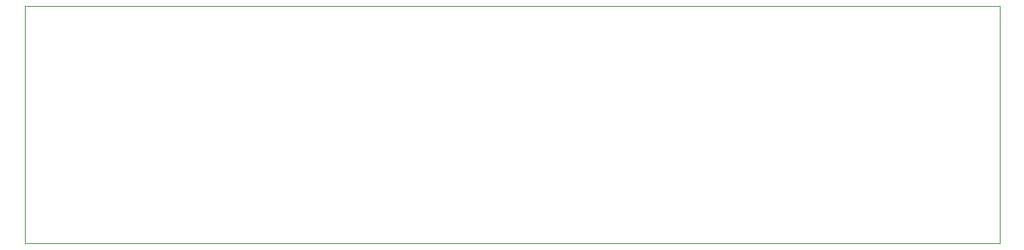
<source format=gbr>
G04 #@! TF.FileFunction,Profile,NP*
%FSLAX46Y46*%
G04 Gerber Fmt 4.6, Leading zero omitted, Abs format (unit mm)*
G04 Created by KiCad (PCBNEW 4.0.4-stable) date 08/04/17 17:34:58*
%MOMM*%
%LPD*%
G01*
G04 APERTURE LIST*
%ADD10C,0.100000*%
G04 APERTURE END LIST*
D10*
X160000000Y0D02*
X160000000Y26670000D01*
X50800000Y26670000D02*
X160000000Y26670000D01*
X50800000Y0D02*
X50800000Y26670000D01*
X50800000Y0D02*
X160000000Y0D01*
M02*

</source>
